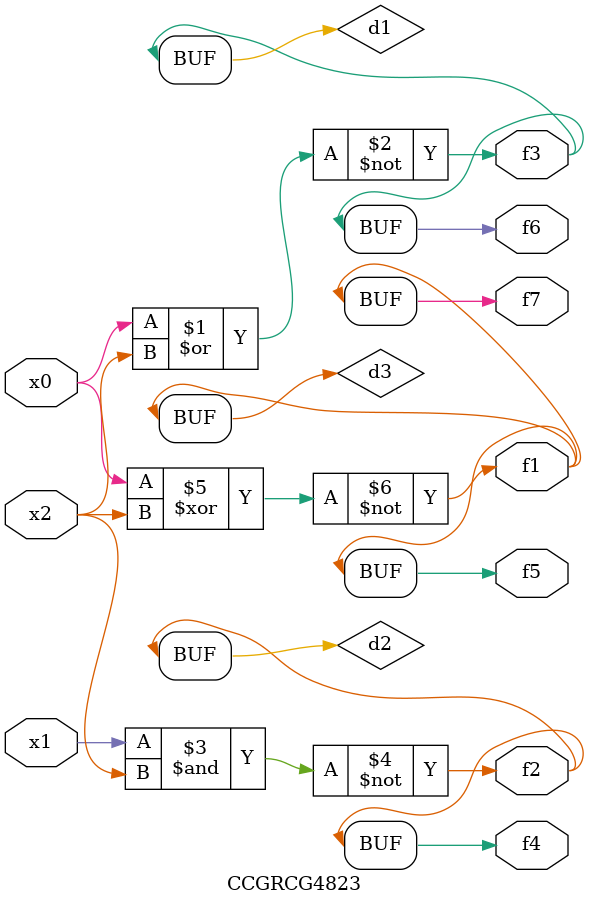
<source format=v>
module CCGRCG4823(
	input x0, x1, x2,
	output f1, f2, f3, f4, f5, f6, f7
);

	wire d1, d2, d3;

	nor (d1, x0, x2);
	nand (d2, x1, x2);
	xnor (d3, x0, x2);
	assign f1 = d3;
	assign f2 = d2;
	assign f3 = d1;
	assign f4 = d2;
	assign f5 = d3;
	assign f6 = d1;
	assign f7 = d3;
endmodule

</source>
